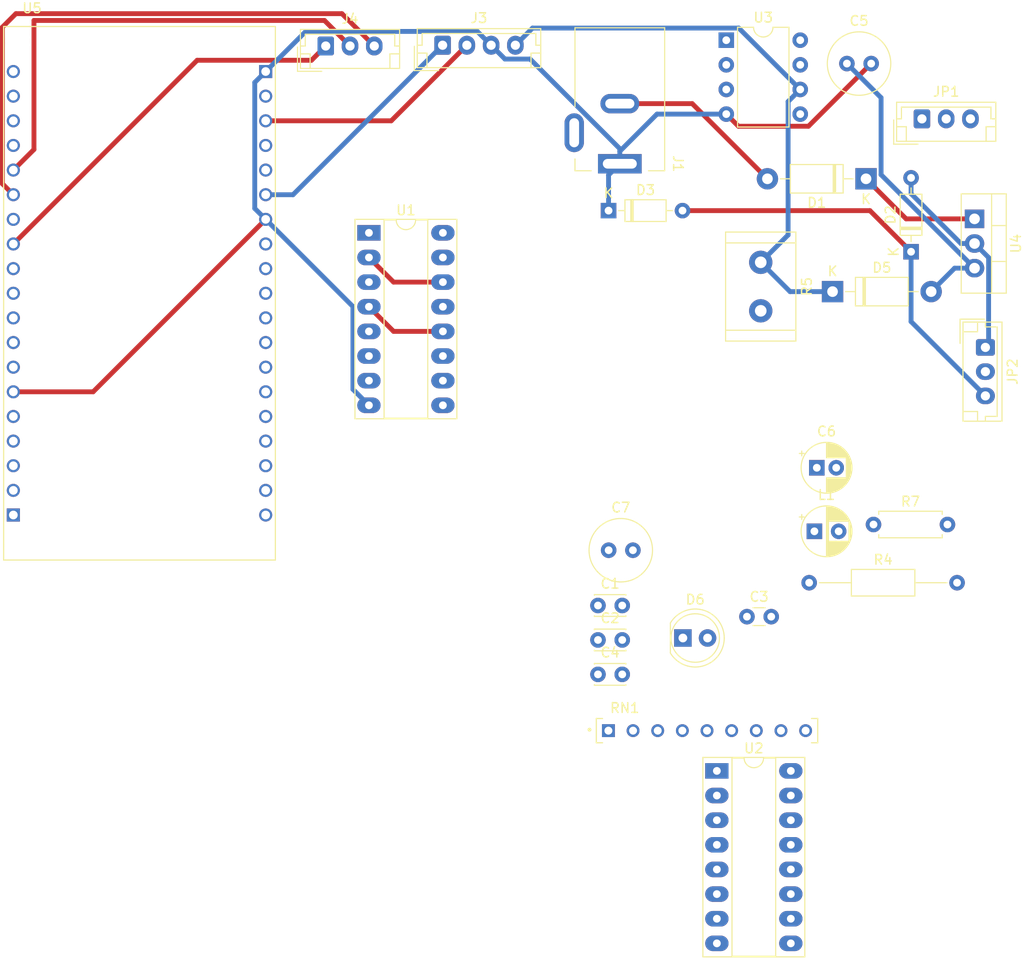
<source format=kicad_pcb>
(kicad_pcb (version 20221018) (generator pcbnew)
  (layers (0 "F.Cu" signal) (31 "B.Cu" signal) (34 "B.Paste" user) (35 "F.Paste" user) (36 "B.SilkS" user "B.Silkscreen") (37 "F.SilkS" user "F.Silkscreen") (38 "B.Mask" user) (39 "F.Mask" user) (44 "Edge.Cuts" user))
  (net 0 "")
  (net 1 "GNDREF")
  (net 2 "Net-(U3-TC)")
  (net 4 "/DO0")
  (net 6 "/DO1")
  (net 8 "/DO2")
  (net 10 "/DO3")
  (net 12 "/DO4")
  (net 16 "/DO5")
  (net 24 "/DO6")
  (net 32 "/DO7")
  (net 33 "Net-(D2-A)")
  (net 34 "Net-(D1-K)")
  (net 35 "+12V")
  (net 36 "VCC")
  (net 37 "+5V")
  (net 38 "Net-(D4-A)")
  (net 39 "/MCU/SDA")
  (net 40 "Net-(D5-A)")
  (net 41 "Net-(D2-K)")
  (net 42 "Net-(U3-Ipk)")
  (net 43 "Net-(U3-DC)")
  (net 44 "VCOM")
  (net 45 "Net-(D6-A)")
  (net 46 "Net-(JP1-A)")
  (net 47 "Net-(JP1-B)")
  (net 48 "Net-(U3-Vfb)")
  (net 50 "/MCU/SCL")
  (net 53 "/MCU/encA")
  (net 75 "/MCU/encB")
  (net 77 "/MCU/encButton")
  (footprint "Package_DIP:DIP-8_W7.62mm" (layer "F.Cu") (at 127.73 22.45)
    (fp_text reference "U3" (at 3.81 -2.33) (layer "F.SilkS"))
    (fp_text value "MC34063AP")
    (pad "1" thru_hole rect (at 0 0) (size 1.6 1.6) (drill 0.8) (layers "*.Cu" "*.Mask") (net 38 "Net-(D4-A)"))
    (pad "2" thru_hole oval (at 0 2.54) (size 1.6 1.6) (drill 0.8) (layers "*.Cu" "*.Mask") (net 1 "GNDREF"))
    (pad "3" thru_hole oval (at 0 5.08) (size 1.6 1.6) (drill 0.8) (layers "*.Cu" "*.Mask") (net 2 "Net-(U3-TC)"))
    (pad "4" thru_hole oval (at 0 7.62) (size 1.6 1.6) (drill 0.8) (layers "*.Cu" "*.Mask") (net 1 "GNDREF"))
    (pad "5" thru_hole oval (at 7.62 7.62) (size 1.6 1.6) (drill 0.8) (layers "*.Cu" "*.Mask") (net 48 "Net-(U3-Vfb)"))
    (pad "6" thru_hole oval (at 7.62 5.08) (size 1.6 1.6) (drill 0.8) (layers "*.Cu" "*.Mask") (net 36 "VCC"))
    (pad "7" thru_hole oval (at 7.62 2.54) (size 1.6 1.6) (drill 0.8) (layers "*.Cu" "*.Mask") (net 42 "Net-(U3-Ipk)"))
    (pad "8" thru_hole oval (at 7.62 0) (size 1.6 1.6) (drill 0.8) (layers "*.Cu" "*.Mask") (net 43 "Net-(U3-DC)"))
  )
  (footprint "Package_TO_SOT_THT:TO-220-3_Vertical" (layer "F.Cu") (at 153.31 40.87 -90)
    (fp_text reference "U4" (at 2.54 -4.27 90) (layer "F.SilkS"))
    (fp_text value "LM7805_TO220")
    (pad "1" thru_hole rect (at 0 0 270) (size 1.905 2) (drill 1.1) (layers "*.Cu" "*.Mask") (net 34 "Net-(D1-K)"))
    (pad "2" thru_hole oval (at 2.54 0 270) (size 1.905 2) (drill 1.1) (layers "*.Cu" "*.Mask") (net 33 "Net-(D2-A)"))
    (pad "3" thru_hole oval (at 5.08 0 270) (size 1.905 2) (drill 1.1) (layers "*.Cu" "*.Mask") (net 40 "Net-(D5-A)"))
  )
  (footprint "Connector_JST:JST_EH_B3B-EH-A_1x03_P2.50mm_Vertical" (layer "F.Cu") (at 147.89 30.56)
    (fp_text reference "JP1" (at 2.5 -2.8) (layer "F.SilkS"))
    (fp_text value "Jumper_3_Bridged12")
    (pad "1" thru_hole roundrect (at 0 0) (size 1.7 1.95) (drill 0.95) (layers "*.Cu" "*.Mask") (roundrect_rratio 0.147059) (net 46 "Net-(JP1-A)"))
    (pad "2" thru_hole oval (at 2.5 0) (size 1.7 1.95) (drill 0.95) (layers "*.Cu" "*.Mask") (net 47 "Net-(JP1-B)"))
    (pad "3" thru_hole oval (at 5 0) (size 1.7 1.95) (drill 0.95) (layers "*.Cu" "*.Mask") (net 47 "Net-(JP1-B)"))
  )
  (footprint "Diode_THT:D_DO-35_SOD27_P7.62mm_Horizontal" (layer "F.Cu") (at 115.6 40.02)
    (fp_text reference "D3" (at 3.81 -2.12) (layer "F.SilkS"))
    (fp_text value "1N4148")
    (fp_text user "K" (at 0 -1.8) (layer "F.SilkS"))
    (pad "1" thru_hole rect (at 0 0) (size 1.6 1.6) (drill 0.8) (layers "*.Cu" "*.Mask") (net 1 "GNDREF"))
    (pad "2" thru_hole oval (at 7.62 0) (size 1.6 1.6) (drill 0.8) (layers "*.Cu" "*.Mask") (net 41 "Net-(D2-K)"))
  )
  (footprint "Capacitor_THT:C_Disc_D3.0mm_W1.6mm_P2.50mm" (layer "F.Cu") (at 129.86 81.88)
    (fp_text reference "C3" (at 1.25 -2.05) (layer "F.SilkS"))
    (fp_text value "1n")
    (pad "1" thru_hole circle (at 0 0) (size 1.6 1.6) (drill 0.8) (layers "*.Cu" "*.Mask") (net 1 "GNDREF"))
    (pad "2" thru_hole circle (at 2.5 0) (size 1.6 1.6) (drill 0.8) (layers "*.Cu" "*.Mask") (net 2 "Net-(U3-TC)"))
  )
  (footprint "Diode_THT:D_DO-41_SOD81_P10.16mm_Horizontal" (layer "F.Cu") (at 138.68 48.37)
    (fp_text reference "D5" (at 5.08 -2.47) (layer "F.SilkS"))
    (fp_text value "1N4001")
    (fp_text user "K" (at 0 -2.1) (layer "F.SilkS"))
    (pad "1" thru_hole rect (at 0 0) (size 2.2 2.2) (drill 1.1) (layers "*.Cu" "*.Mask") (net 36 "VCC"))
    (pad "2" thru_hole oval (at 10.16 0) (size 2.2 2.2) (drill 1.1) (layers "*.Cu" "*.Mask") (net 40 "Net-(D5-A)"))
  )
  (footprint "Connector_BarrelJack:BarrelJack_Kycon_KLDX-0202-xC_Horizontal" (layer "F.Cu") (at 116.76 35.19 -90)
    (fp_text reference "J1" (at 0 -6 -90 unlocked) (layer "F.SilkS"))
    (fp_text value "Barrel_Jack")
    (pad "1" thru_hole rect (at 0 0 270) (size 2 4.5) (drill oval 1 3.5) (layers "*.Cu" "*.Mask") (net 1 "GNDREF"))
    (pad "2" thru_hole oval (at -6.2 0 270) (size 2 4) (drill oval 1 3) (layers "*.Cu" "*.Mask") (net 35 "+12V"))
    (pad "3" thru_hole oval (at -3.2 4.7) (size 2 4) (drill oval 1 3) (layers "*.Cu" "*.Mask"))
  )
  (footprint "LED_THT:LED_D5.0mm" (layer "F.Cu") (at 123.26 84.08)
    (fp_text reference "D6" (at 1.27 -3.96) (layer "F.SilkS"))
    (fp_text value "RED")
    (pad "1" thru_hole rect (at 0 0) (size 1.8 1.8) (drill 0.9) (layers "*.Cu" "*.Mask") (net 1 "GNDREF"))
    (pad "2" thru_hole circle (at 2.54 0) (size 1.8 1.8) (drill 0.9) (layers "*.Cu" "*.Mask") (net 45 "Net-(D6-A)"))
  )
  (footprint "Connector_JST:JST_EH_B4B-EH-A_1x04_P2.50mm_Vertical" (layer "F.Cu") (at 98.5 22.97)
    (fp_text reference "J3" (at 3.75 -2.8) (layer "F.SilkS"))
    (fp_text value "Conn_01x04_Pin")
    (pad "1" thru_hole roundrect (at 0 0) (size 1.7 1.95) (drill 0.95) (layers "*.Cu" "*.Mask") (roundrect_rratio 0.147059) (net 39 "/MCU/SDA"))
    (pad "2" thru_hole oval (at 2.5 0) (size 1.7 1.95) (drill 0.95) (layers "*.Cu" "*.Mask") (net 50 "/MCU/SCL"))
    (pad "3" thru_hole oval (at 5 0) (size 1.7 1.95) (drill 0.95) (layers "*.Cu" "*.Mask") (net 1 "GNDREF"))
    (pad "4" thru_hole oval (at 7.5 0) (size 1.7 1.95) (drill 0.95) (layers "*.Cu" "*.Mask") (net 36 "VCC"))
  )
  (footprint "AndrewLib:SIP249W50P254L2281H508Q9" (layer "F.Cu") (at 125.745 93.63)
    (fp_text reference "RN1" (at -8.48 -2.335) (layer "F.SilkS"))
    (fp_text value "4609X-101-103LF")
    (pad "1" thru_hole rect (at -10.16 0) (size 1.328 1.328) (drill 0.82) (layers "*.Cu" "*.Mask") (net 36 "VCC"))
    (pad "2" thru_hole circle (at -7.62 0) (size 1.328 1.328) (drill 0.82) (layers "*.Cu" "*.Mask") (net 4 "/DO0"))
    (pad "3" thru_hole circle (at -5.08 0) (size 1.328 1.328) (drill 0.82) (layers "*.Cu" "*.Mask") (net 6 "/DO1"))
    (pad "4" thru_hole circle (at -2.54 0) (size 1.328 1.328) (drill 0.82) (layers "*.Cu" "*.Mask") (net 8 "/DO2"))
    (pad "5" thru_hole circle (at 0 0) (size 1.328 1.328) (drill 0.82) (layers "*.Cu" "*.Mask") (net 10 "/DO3"))
    (pad "6" thru_hole circle (at 2.54 0) (size 1.328 1.328) (drill 0.82) (layers "*.Cu" "*.Mask") (net 12 "/DO4"))
    (pad "7" thru_hole circle (at 5.08 0) (size 1.328 1.328) (drill 0.82) (layers "*.Cu" "*.Mask") (net 16 "/DO5"))
    (pad "8" thru_hole circle (at 7.62 0) (size 1.328 1.328) (drill 0.82) (layers "*.Cu" "*.Mask") (net 24 "/DO6"))
    (pad "9" thru_hole circle (at 10.16 0) (size 1.328 1.328) (drill 0.82) (layers "*.Cu" "*.Mask") (net 32 "/DO7"))
  )
  (footprint "Connector_JST:JST_EH_B3B-EH-A_1x03_P2.50mm_Vertical" (layer "F.Cu") (at 86.46 23.05)
    (fp_text reference "J4" (at 2.5 -2.8) (layer "F.SilkS"))
    (fp_text value "Conn_01x03_Pin")
    (pad "1" thru_hole roundrect (at 0 0) (size 1.7 1.95) (drill 0.95) (layers "*.Cu" "*.Mask") (roundrect_rratio 0.147059) (net 53 "/MCU/encA"))
    (pad "2" thru_hole oval (at 2.5 0) (size 1.7 1.95) (drill 0.95) (layers "*.Cu" "*.Mask") (net 75 "/MCU/encB"))
    (pad "3" thru_hole oval (at 5 0) (size 1.7 1.95) (drill 0.95) (layers "*.Cu" "*.Mask") (net 77 "/MCU/encButton"))
  )
  (footprint "Package_DIP:DIP-16_W7.62mm_Socket_LongPads" (layer "F.Cu") (at 126.76 97.78)
    (fp_text reference "U2" (at 3.81 -2.33) (layer "F.SilkS"))
    (fp_text value "74LS367")
    (pad "1" thru_hole rect (at 0 0) (size 2.4 1.6) (drill 0.8) (layers "*.Cu" "*.Mask"))
    (pad "2" thru_hole oval (at 0 2.54) (size 2.4 1.6) (drill 0.8) (layers "*.Cu" "*.Mask"))
    (pad "3" thru_hole oval (at 0 5.08) (size 2.4 1.6) (drill 0.8) (layers "*.Cu" "*.Mask"))
    (pad "4" thru_hole oval (at 0 7.62) (size 2.4 1.6) (drill 0.8) (layers "*.Cu" "*.Mask"))
    (pad "5" thru_hole oval (at 0 10.16) (size 2.4 1.6) (drill 0.8) (layers "*.Cu" "*.Mask"))
    (pad "6" thru_hole oval (at 0 12.7) (size 2.4 1.6) (drill 0.8) (layers "*.Cu" "*.Mask"))
    (pad "7" thru_hole oval (at 0 15.24) (size 2.4 1.6) (drill 0.8) (layers "*.Cu" "*.Mask"))
    (pad "8" thru_hole oval (at 0 17.78) (size 2.4 1.6) (drill 0.8) (layers "*.Cu" "*.Mask") (net 1 "GNDREF"))
    (pad "9" thru_hole oval (at 7.62 17.78) (size 2.4 1.6) (drill 0.8) (layers "*.Cu" "*.Mask"))
    (pad "10" thru_hole oval (at 7.62 15.24) (size 2.4 1.6) (drill 0.8) (layers "*.Cu" "*.Mask"))
    (pad "11" thru_hole oval (at 7.62 12.7) (size 2.4 1.6) (drill 0.8) (layers "*.Cu" "*.Mask"))
    (pad "12" thru_hole oval (at 7.62 10.16) (size 2.4 1.6) (drill 0.8) (layers "*.Cu" "*.Mask"))
    (pad "13" thru_hole oval (at 7.62 7.62) (size 2.4 1.6) (drill 0.8) (layers "*.Cu" "*.Mask"))
    (pad "14" thru_hole oval (at 7.62 5.08) (size 2.4 1.6) (drill 0.8) (layers "*.Cu" "*.Mask"))
    (pad "15" thru_hole oval (at 7.62 2.54) (size 2.4 1.6) (drill 0.8) (layers "*.Cu" "*.Mask"))
    (pad "16" thru_hole oval (at 7.62 0) (size 2.4 1.6) (drill 0.8) (layers "*.Cu" "*.Mask") (net 37 "+5V"))
  )
  (footprint "Diode_THT:D_DO-41_SOD81_P10.16mm_Horizontal" (layer "F.Cu") (at 142.13 36.74 180)
    (fp_text reference "D1" (at 5.08 -2.47) (layer "F.SilkS"))
    (fp_text value "1N4001")
    (fp_text user "K" (at 0 -2.1) (layer "F.SilkS"))
    (pad "1" thru_hole rect (at 0 0 180) (size 2.2 2.2) (drill 1.1) (layers "*.Cu" "*.Mask") (net 34 "Net-(D1-K)"))
    (pad "2" thru_hole oval (at 10.16 0 180) (size 2.2 2.2) (drill 1.1) (layers "*.Cu" "*.Mask") (net 35 "+12V"))
  )
  (footprint "Diode_THT:D_DO-35_SOD27_P7.62mm_Horizontal" (layer "F.Cu") (at 146.77 44.26 90)
    (fp_text reference "D2" (at 3.81 -2.12 90) (layer "F.SilkS"))
    (fp_text value "1N4148")
    (fp_text user "K" (at 0 -1.8 90) (layer "F.SilkS"))
    (pad "1" thru_hole rect (at 0 0 90) (size 1.6 1.6) (drill 0.8) (layers "*.Cu" "*.Mask") (net 41 "Net-(D2-K)"))
    (pad "2" thru_hole oval (at 7.62 0 90) (size 1.6 1.6) (drill 0.8) (layers "*.Cu" "*.Mask") (net 33 "Net-(D2-A)"))
  )
  (footprint "Capacitor_THT:C_Disc_D3.0mm_W2.0mm_P2.50mm" (layer "F.Cu") (at 114.51 80.73)
    (fp_text reference "C1" (at 1.25 -2.25) (layer "F.SilkS"))
    (fp_text value "100n")
    (pad "1" thru_hole circle (at 0 0) (size 1.6 1.6) (drill 0.8) (layers "*.Cu" "*.Mask") (net 36 "VCC"))
    (pad "2" thru_hole circle (at 2.5 0) (size 1.6 1.6) (drill 0.8) (layers "*.Cu" "*.Mask") (net 1 "GNDREF"))
  )
  (footprint "AndrewLib:MODULE_ESP32_NODEMCU" (layer "F.Cu") (at 67.27 48.54)
    (fp_text reference "U5" (at -11.075 -29.385) (layer "F.SilkS"))
    (fp_text value "ESP32_NODEMCU")
    (pad "" np_thru_hole circle (at -12.5 -26) (size 2.25 2.25) (drill 2.25) (layers "*.Cu" "*.Mask"))
    (pad "" np_thru_hole circle (at -12.5 26) (size 2.25 2.25) (drill 2.25) (layers "*.Cu" "*.Mask"))
    (pad "" np_thru_hole circle (at 12.5 -26) (size 2.25 2.25) (drill 2.25) (layers "*.Cu" "*.Mask"))
    (pad "" np_thru_hole circle (at 12.5 26) (size 2.25 2.25) (drill 2.25) (layers "*.Cu" "*.Mask"))
    (pad "J4_1" thru_hole rect (at 13 -22.86) (size 1.35 1.35) (drill 0.9) (layers "*.Cu" "*.Mask") (net 1 "GNDREF"))
    (pad "J4_2" thru_hole circle (at 13 -20.32) (size 1.35 1.35) (drill 0.9) (layers "*.Cu" "*.Mask"))
    (pad "J4_3" thru_hole circle (at 13 -17.78) (size 1.35 1.35) (drill 0.9) (layers "*.Cu" "*.Mask") (net 50 "/MCU/SCL"))
    (pad "J4_4" thru_hole circle (at 13 -15.24) (size 1.35 1.35) (drill 0.9) (layers "*.Cu" "*.Mask"))
    (pad "J4_5" thru_hole circle (at 13 -12.7) (size 1.35 1.35) (drill 0.9) (layers "*.Cu" "*.Mask"))
    (pad "J4_6" thru_hole circle (at 13 -10.16) (size 1.35 1.35) (drill 0.9) (layers "*.Cu" "*.Mask") (net 39 "/MCU/SDA"))
    (pad "J4_7" thru_hole circle (at 13 -7.62) (size 1.35 1.35) (drill 0.9) (layers "*.Cu" "*.Mask") (net 1 "GNDREF"))
    (pad "J4_8" thru_hole circle (at 13 -5.08) (size 1.35 1.35) (drill 0.9) (layers "*.Cu" "*.Mask"))
    (pad "J4_9" thru_hole circle (at 13 -2.54) (size 1.35 1.35) (drill 0.9) (layers "*.Cu" "*.Mask"))
    (pad "J4_10" thru_hole circle (at 13 0) (size 1.35 1.35) (drill 0.9) (layers "*.Cu" "*.Mask"))
    (pad "J4_11" thru_hole circle (at 13 2.54) (size 1.35 1.35) (drill 0.9) (layers "*.Cu" "*.Mask"))
    (pad "J4_12" thru_hole circle (at 13 5.08) (size 1.35 1.35) (drill 0.9) (layers "*.Cu" "*.Mask"))
    (pad "J4_13" thru_hole circle (at 13 7.62) (size 1.35 1.35) (drill 0.9) (layers "*.Cu" "*.Mask"))
    (pad "J4_14" thru_hole circle (at 13 10.16) (size 1.35 1.35) (drill 0.9) (layers "*.Cu" "*.Mask"))
    (pad "J4_15" thru_hole circle (at 13 12.7) (size 1.35 1.35) (drill 0.9) (layers "*.Cu" "*.Mask"))
    (pad "J4_16" thru_hole circle (at 13 15.24) (size 1.35 1.35) (drill 0.9) (layers "*.Cu" "*.Mask"))
    (pad "J4_17" thru_hole circle (at 13 17.78) (size 1.35 1.35) (drill 0.9) (layers "*.Cu" "*.Mask"))
    (pad "J4_18" thru_hole circle (at 13 20.32) (size 1.35 1.35) (drill 0.9) (layers "*.Cu" "*.Mask"))
    (pad "J4_19" thru_hole circle (at 13 22.86) (size 1.35 1.35) (drill 0.9) (layers "*.Cu" "*.Mask"))
    (pad "J5_1" thru_hole rect (at -13 22.86) (size 1.35 1.35) (drill 0.9) (layers "*.Cu" "*.Mask") (net 36 "VCC"))
    (pad "J5_2" thru_hole circle (at -13 20.32) (size 1.35 1.35) (drill 0.9) (layers "*.Cu" "*.Mask"))
    (pad "J5_3" thru_hole circle (at -13 17.78) (size 1.35 1.35) (drill 0.9) (layers "*.Cu" "*.Mask"))
    (pad "J5_4" thru_hole circle (at -13 15.24) (size 1.35 1.35) (drill 0.9) (layers "*.Cu" "*.Mask"))
    (pad "J5_5" thru_hole circle (at -13 12.7) (size 1.35 1.35) (drill 0.9) (layers "*.Cu" "*.Mask"))
    (pad "J5_6" thru_hole circle (at -13 10.16) (size 1.35 1.35) (drill 0.9) (layers "*.Cu" "*.Mask") (net 1 "GNDREF"))
    (pad "J5_7" thru_hole circle (at -13 7.62) (size 1.35 1.35) (drill 0.9) (layers "*.Cu" "*.Mask"))
    (pad "J5_8" thru_hole circle (at -13 5.08) (size 1.35 1.35) (drill 0.9) (layers "*.Cu" "*.Mask"))
    (pad "J5_9" thru_hole circle (at -13 2.54) (size 1.35 1.35) (drill 0.9) (layers "*.Cu" "*.Mask"))
    (pad "J5_10" thru_hole circle (at -13 0) (size 1.35 1.35) (drill 0.9) (layers "*.Cu" "*.Mask"))
    (pad "J5_11" thru_hole circle (at -13 -2.54) (size 1.35 1.35) (drill 0.9) (layers "*.Cu" "*.Mask"))
    (pad "J5_12" thru_hole circle (at -13 -5.08) (size 1.35 1.35) (drill 0.9) (layers "*.Cu" "*.Mask") (net 53 "/MCU/encA"))
    (pad "J5_13" thru_hole circle (at -13 -7.62) (size 1.35 1.35) (drill 0.9) (layers "*.Cu" "*.Mask"))
    (pad "J5_14" thru_hole circle (at -13 -10.16) (size 1.35 1.35) (drill 0.9) (layers "*.Cu" "*.Mask") (net 77 "/MCU/encButton"))
    (pad "J5_15" thru_hole circle (at -13 -12.7) (size 1.35 1.35) (drill 0.9) (layers "*.Cu" "*.Mask") (net 75 "/MCU/encB"))
    (pad "J5_16" thru_hole circle (at -13 -15.24) (size 1.35 1.35) (drill 0.9) (layers "*.Cu" "*.Mask"))
    (pad "J5_17" thru_hole circle (at -13 -17.78) (size 1.35 1.35) (drill 0.9) (layers "*.Cu" "*.Mask"))
    (pad "J5_18" thru_hole circle (at -13 -20.32) (size 1.35 1.35) (drill 0.9) (layers "*.Cu" "*.Mask"))
    (pad "J5_19" thru_hole circle (at -13 -22.86) (size 1.35 1.35) (drill 0.9) (layers "*.Cu" "*.Mask"))
  )
  (footprint "Capacitor_THT:C_Radial_D6.3mm_H5.0mm_P2.50mm" (layer "F.Cu") (at 115.61 75.03)
    (fp_text reference "C7" (at 1.25 -4.4) (layer "F.SilkS"))
    (fp_text value "33u")
    (pad "1" thru_hole circle (at 0 0) (size 1.6 1.6) (drill 0.8) (layers "*.Cu" "*.Mask") (net 36 "VCC"))
    (pad "2" thru_hole circle (at 2.5 0) (size 1.6 1.6) (drill 0.8) (layers "*.Cu" "*.Mask") (net 1 "GNDREF"))
  )
  (footprint "Capacitor_THT:C_Disc_D3.0mm_W2.0mm_P2.50mm" (layer "F.Cu") (at 114.51 84.28)
    (fp_text reference "C2" (at 1.25 -2.25) (layer "F.SilkS"))
    (fp_text value "100n")
    (pad "1" thru_hole circle (at 0 0) (size 1.6 1.6) (drill 0.8) (layers "*.Cu" "*.Mask") (net 36 "VCC"))
    (pad "2" thru_hole circle (at 2.5 0) (size 1.6 1.6) (drill 0.8) (layers "*.Cu" "*.Mask") (net 1 "GNDREF"))
  )
  (footprint "Capacitor_THT:CP_Radial_D5.0mm_P2.50mm" (layer "F.Cu") (at 136.809775 73.08)
    (fp_text reference "L1" (at 1.25 -3.75) (layer "F.SilkS"))
    (fp_text value "100uH")
    (pad "1" thru_hole rect (at 0 0) (size 1.6 1.6) (drill 0.8) (layers "*.Cu" "*.Mask") (net 38 "Net-(D4-A)"))
    (pad "2" thru_hole circle (at 2.5 0) (size 1.6 1.6) (drill 0.8) (layers "*.Cu" "*.Mask") (net 42 "Net-(U3-Ipk)"))
  )
  (footprint "Resistor_THT:R_Axial_DIN0207_L6.3mm_D2.5mm_P7.62mm_Horizontal" (layer "F.Cu") (at 142.9 72.38)
    (fp_text reference "R7" (at 3.81 -2.37) (layer "F.SilkS"))
    (fp_text value "1.2k")
    (pad "1" thru_hole circle (at 0 0) (size 1.6 1.6) (drill 0.8) (layers "*.Cu" "*.Mask") (net 36 "VCC"))
    (pad "2" thru_hole oval (at 7.62 0) (size 1.6 1.6) (drill 0.8) (layers "*.Cu" "*.Mask") (net 45 "Net-(D6-A)"))
  )
  (footprint "Connector_JST:JST_EH_B3B-EH-A_1x03_P2.50mm_Vertical" (layer "F.Cu") (at 154.43 54.12 -90)
    (fp_text reference "JP2" (at 2.5 -2.8 90) (layer "F.SilkS"))
    (fp_text value "Jumper_3_Bridged12")
    (pad "1" thru_hole roundrect (at 0 0 270) (size 1.7 1.95) (drill 0.95) (layers "*.Cu" "*.Mask") (roundrect_rratio 0.147059) (net 33 "Net-(D2-A)"))
    (pad "2" thru_hole oval (at 2.5 0 270) (size 1.7 1.95) (drill 0.95) (layers "*.Cu" "*.Mask") (net 1 "GNDREF"))
    (pad "3" thru_hole oval (at 5 0 270) (size 1.7 1.95) (drill 0.95) (layers "*.Cu" "*.Mask") (net 41 "Net-(D2-K)"))
  )
  (footprint "Package_DIP:DIP-16_W7.62mm_Socket_LongPads" (layer "F.Cu") (at 90.91 42.31)
    (fp_text reference "U1" (at 3.81 -2.33) (layer "F.SilkS"))
    (fp_text value "74LS367")
    (pad "1" thru_hole rect (at 0 0) (size 2.4 1.6) (drill 0.8) (layers "*.Cu" "*.Mask"))
    (pad "2" thru_hole oval (at 0 2.54) (size 2.4 1.6) (drill 0.8) (layers "*.Cu" "*.Mask") (net 4 "/DO0"))
    (pad "3" thru_hole oval (at 0 5.08) (size 2.4 1.6) (drill 0.8) (layers "*.Cu" "*.Mask"))
    (pad "4" thru_hole oval (at 0 7.62) (size 2.4 1.6) (drill 0.8) (layers "*.Cu" "*.Mask") (net 6 "/DO1"))
    (pad "5" thru_hole oval (at 0 10.16) (size 2.4 1.6) (drill 0.8) (layers "*.Cu" "*.Mask"))
    (pad "6" thru_hole oval (at 0 12.7) (size 2.4 1.6) (drill 0.8) (layers "*.Cu" "*.Mask") (net 8 "/DO2"))
    (pad "7" thru_hole oval (at 0 15.24) (size 2.4 1.6) (drill 0.8) (layers "*.Cu" "*.Mask"))
    (pad "8" thru_hole oval (at 0 17.78) (size 2.4 1.6) (drill 0.8) (layers "*.Cu" "*.Mask") (net 1 "GNDREF"))
    (pad "9" thru_hole oval (at 7.62 17.78) (size 2.4 1.6) (drill 0.8) (layers "*.Cu" "*.Mask"))
    (pad "10" thru_hole oval (at 7.62 15.24) (size 2.4 1.6) (drill 0.8) (layers "*.Cu" "*.Mask") (net 10 "/DO3"))
    (pad "11" thru_hole oval (at 7.62 12.7) (size 2.4 1.6) (drill 0.8) (layers "*.Cu" "*.Mask"))
    (pad "12" thru_hole oval (at 7.62 10.16) (size 2.4 1.6) (drill 0.8) (layers "*.Cu" "*.Mask") (net 6 "/DO1"))
    (pad "13" thru_hole oval (at 7.62 7.62) (size 2.4 1.6) (drill 0.8) (layers "*.Cu" "*.Mask"))
    (pad "14" thru_hole oval (at 7.62 5.08) (size 2.4 1.6) (drill 0.8) (layers "*.Cu" "*.Mask") (net 4 "/DO0"))
    (pad "15" thru_hole oval (at 7.62 2.54) (size 2.4 1.6) (drill 0.8) (layers "*.Cu" "*.Mask"))
    (pad "16" thru_hole oval (at 7.62 0) (size 2.4 1.6) (drill 0.8) (layers "*.Cu" "*.Mask") (net 37 "+5V"))
  )
  (footprint "Resistor_THT:R_Axial_DIN0207_L6.3mm_D2.5mm_P15.24mm_Horizontal" (layer "F.Cu") (at 136.27 78.38)
    (fp_text reference "R4" (at 7.62 -2.37) (layer "F.SilkS"))
    (fp_text value "220")
    (pad "1" thru_hole circle (at 0 0) (size 1.6 1.6) (drill 0.8) (layers "*.Cu" "*.Mask") (net 43 "Net-(U3-DC)"))
    (pad "2" thru_hole oval (at 15.24 0) (size 1.6 1.6) (drill 0.8) (layers "*.Cu" "*.Mask") (net 42 "Net-(U3-Ipk)"))
  )
  (footprint "Capacitor_THT:C_Disc_D3.0mm_W2.0mm_P2.50mm" (layer "F.Cu") (at 114.51 87.83)
    (fp_text reference "C4" (at 1.25 -2.25) (layer "F.SilkS"))
    (fp_text value "100n")
    (pad "1" thru_hole circle (at 0 0) (size 1.6 1.6) (drill 0.8) (layers "*.Cu" "*.Mask") (net 40 "Net-(D5-A)"))
    (pad "2" thru_hole circle (at 2.5 0) (size 1.6 1.6) (drill 0.8) (layers "*.Cu" "*.Mask") (net 1 "GNDREF"))
  )
  (footprint "Resistor_THT:R_Radial_Power_L11.0mm_W7.0mm_P5.00mm" (layer "F.Cu") (at 131.28 45.35 -90)
    (fp_text reference "R5" (at 2.5 -4.75 90) (layer "F.SilkS"))
    (fp_text value "0.33/10W")
    (pad "1" thru_hole circle (at 0 0 270) (size 2.4 2.4) (drill 1.2) (layers "*.Cu" "*.Mask") (net 36 "VCC"))
    (pad "2" thru_hole circle (at 5 0 270) (size 2.4 2.4) (drill 1.2) (layers "*.Cu" "*.Mask") (net 42 "Net-(U3-Ipk)"))
  )
  (footprint "Capacitor_THT:CP_Radial_D5.0mm_P2.00mm" (layer "F.Cu") (at 137.059775 66.53)
    (fp_text reference "C6" (at 1 -3.75) (layer "F.SilkS"))
    (fp_text value "47u/35v")
    (pad "1" thru_hole rect (at 0 0) (size 1.6 1.6) (drill 0.8) (layers "*.Cu" "*.Mask") (net 44 "VCOM"))
    (pad "2" thru_hole circle (at 2 0) (size 1.6 1.6) (drill 0.8) (layers "*.Cu" "*.Mask") (net 1 "GNDREF"))
  )
  (footprint "Capacitor_THT:C_Radial_D6.3mm_H5.0mm_P2.50mm" (layer "F.Cu") (at 140.16 24.86)
    (fp_text reference "C5" (at 1.25 -4.4) (layer "F.SilkS"))
    (fp_text value "3.3u")
    (pad "1" thru_hole circle (at 0 0) (size 1.6 1.6) (drill 0.8) (layers "*.Cu" "*.Mask") (net 40 "Net-(D5-A)"))
    (pad "2" thru_hole circle (at 2.5 0) (size 1.6 1.6) (drill 0.8) (layers "*.Cu" "*.Mask") (net 1 "GNDREF"))
  )
  (segment (start 136.2 31.32) (end 128.98 31.32) (width 0.5) (layer "F.Cu") (net 1))
  (segment (start 142.66 24.86) (end 136.2 31.32) (width 0.5) (layer "F.Cu") (net 1))
  (segment (start 128.98 31.32) (end 127.73 30.07) (width 0.5) (layer "F.Cu") (net 1))
  (segment (start 54.27 58.7) (end 62.49 58.7) (width 0.5) (layer "F.Cu") (net 1))
  (segment (start 62.49 58.7) (end 80.27 40.92) (width 0.5) (layer "F.Cu") (net 1))
  (segment (start 80.27 40.92) (end 79.145 39.795) (width 0.5) (layer "B.Cu") (net 1))
  (segment (start 104.925 24.395) (end 103.5 22.97) (width 0.5) (layer "B.Cu") (net 1))
  (segment (start 102.075 21.545) (end 103.5 22.97) (width 0.5) (layer "B.Cu") (net 1))
  (segment (start 116.76 33.9) (end 116.76 33.63939) (width 0.5) (layer "B.Cu") (net 1))
  (segment (start 89.26 58.44) (end 89.26 49.91) (width 0.5) (layer "B.Cu") (net 1))
  (segment (start 107.51561 24.395) (end 104.925 24.395) (width 0.5) (layer "B.Cu") (net 1))
  (segment (start 80.27 25.68) (end 84.405 21.545) (width 0.5) (layer "B.Cu") (net 1))
  (segment (start 79.145 39.795) (end 79.145 26.805) (width 0.5) (layer "B.Cu") (net 1))
  (segment (start 79.145 26.805) (end 80.27 25.68) (width 0.5) (layer "B.Cu") (net 1))
  (segment (start 116.76 33.63939) (end 107.51561 24.395) (width 0.5) (layer "B.Cu") (net 1))
  (segment (start 127.73 30.07) (end 120.59 30.07) (width 0.5) (layer "B.Cu") (net 1))
  (segment (start 84.405 21.545) (end 102.075 21.545) (width 0.5) (layer "B.Cu") (net 1))
  (segment (start 89.26 49.91) (end 80.27 40.92) (width 0.5) (layer "B.Cu") (net 1))
  (segment (start 90.91 60.09) (end 89.26 58.44) (width 0.5) (layer "B.Cu") (net 1))
  (segment (start 116.76 35.19) (end 116.76 33.9) (width 0.5) (layer "B.Cu") (net 1))
  (segment (start 115.6 40.02) (end 115.6 36.35) (width 0.5) (layer "B.Cu") (net 1))
  (segment (start 115.6 36.35) (end 116.76 35.19) (width 0.5) (layer "B.Cu") (net 1))
  (segment (start 120.59 30.07) (end 116.76 33.9) (width 0.5) (layer "B.Cu") (net 1))
  (segment (start 98.53 47.39) (end 93.45 47.39) (width 0.5) (layer "F.Cu") (net 4))
  (segment (start 93.45 47.39) (end 90.91 44.85) (width 0.5) (layer "F.Cu") (net 4))
  (segment (start 98.53 52.47) (end 93.45 52.47) (width 0.5) (layer "F.Cu") (net 6))
  (segment (start 93.45 52.47) (end 90.91 49.93) (width 0.5) (layer "F.Cu") (net 6))
  (segment (start 153.31 43.41) (end 154.76 44.86) (width 0.5) (layer "B.Cu") (net 33))
  (segment (start 151.905 43.41) (end 146.77 38.275) (width 0.5) (layer "B.Cu") (net 33))
  (segment (start 154.76 53.79) (end 154.43 54.12) (width 0.5) (layer "B.Cu") (net 33))
  (segment (start 154.76 44.86) (end 154.76 53.79) (width 0.5) (layer "B.Cu") (net 33))
  (segment (start 153.31 43.41) (end 151.905 43.41) (width 0.5) (layer "B.Cu") (net 33))
  (segment (start 146.77 38.275) (end 146.77 36.64) (width 0.5) (layer "B.Cu") (net 33))
  (segment (start 153.31 40.87) (end 146.26 40.87) (width 0.5) (layer "F.Cu") (net 34))
  (segment (start 146.26 40.87) (end 142.13 36.74) (width 0.5) (layer "F.Cu") (net 34))
  (segment (start 116.76 28.99) (end 124.22 28.99) (width 0.5) (layer "F.Cu") (net 35))
  (segment (start 124.22 28.99) (end 131.97 36.74) (width 0.5) (layer "F.Cu") (net 35))
  (segment (start 129.02 21.2) (end 135.35 27.53) (width 0.5) (layer "B.Cu") (net 36))
  (segment (start 134.1 28.78) (end 135.35 27.53) (width 0.5) (layer "B.Cu") (net 36))
  (segment (start 134.3 48.37) (end 131.28 45.35) (width 0.5) (layer "B.Cu") (net 36))
  (segment (start 138.68 48.37) (end 134.3 48.37) (width 0.5) (layer "B.Cu") (net 36))
  (segment (start 131.28 45.35) (end 134.1 42.53) (width 0.5) (layer "B.Cu") (net 36))
  (segment (start 107.77 21.2) (end 129.02 21.2) (width 0.5) (layer "B.Cu") (net 36))
  (segment (start 134.1 42.53) (end 134.1 28.78) (width 0.5) (layer "B.Cu") (net 36))
  (segment (start 106 22.97) (end 107.77 21.2) (width 0.5) (layer "B.Cu") (net 36))
  (segment (start 80.27 38.38) (end 83.09 38.38) (width 0.5) (layer "B.Cu") (net 39))
  (segment (start 83.09 38.38) (end 98.5 22.97) (width 0.5) (layer "B.Cu") (net 39))
  (segment (start 140.16 24.86) (end 143.68 28.38) (width 0.5) (layer "B.Cu") (net 40))
  (segment (start 151.26 45.95) (end 148.84 48.37) (width 0.5) (layer "B.Cu") (net 40))
  (segment (start 143.68 36.32) (end 153.31 45.95) (width 0.5) (layer "B.Cu") (net 40))
  (segment (start 153.31 45.95) (end 151.26 45.95) (width 0.5) (layer "B.Cu") (net 40))
  (segment (start 143.68 28.38) (end 143.68 36.32) (width 0.5) (layer "B.Cu") (net 40))
  (segment (start 142.53 40.02) (end 146.77 44.26) (width 0.5) (layer "F.Cu") (net 41))
  (segment (start 123.22 40.02) (end 142.53 40.02) (width 0.5) (layer "F.Cu") (net 41))
  (segment (start 154.43 59.12) (end 146.77 51.46) (width 0.5) (layer "B.Cu") (net 41))
  (segment (start 146.77 51.46) (end 146.77 44.26) (width 0.5) (layer "B.Cu") (net 41))
  (segment (start 93.21 30.76) (end 80.27 30.76) (width 0.5) (layer "F.Cu") (net 50))
  (segment (start 101 22.97) (end 93.21 30.76) (width 0.5) (layer "F.Cu") (net 50))
  (segment (start 84.99 24.52) (end 73.21 24.52) (width 0.5) (layer "F.Cu") (net 53))
  (segment (start 86.46 23.05) (end 84.99 24.52) (width 0.5) (layer "F.Cu") (net 53))
  (segment (start 73.21 24.52) (end 54.27 43.46) (width 0.5) (layer "F.Cu") (net 53))
  (segment (start 56.395 20.415) (end 86.325 20.415) (width 0.5) (layer "F.Cu") (net 75))
  (segment (start 56.395 33.715) (end 56.395 20.415) (width 0.5) (layer "F.Cu") (net 75))
  (segment (start 54.27 35.84) (end 56.395 33.715) (width 0.5) (layer "F.Cu") (net 75))
  (segment (start 86.325 20.415) (end 88.96 23.05) (width 0.5) (layer "F.Cu") (net 75))
  (segment (start 53.145 37.255) (end 53.145 21.105) (width 0.5) (layer "F.Cu") (net 77))
  (segment (start 88.125 19.715) (end 91.46 23.05) (width 0.5) (layer "F.Cu") (net 77))
  (segment (start 54.535 19.715) (end 88.125 19.715) (width 0.5) (layer "F.Cu") (net 77))
  (segment (start 54.27 38.38) (end 53.145 37.255) (width 0.5) (layer "F.Cu") (net 77))
  (segment (start 53.145 21.105) (end 54.535 19.715) (width 0.5) (layer "F.Cu") (net 77))
)
</source>
